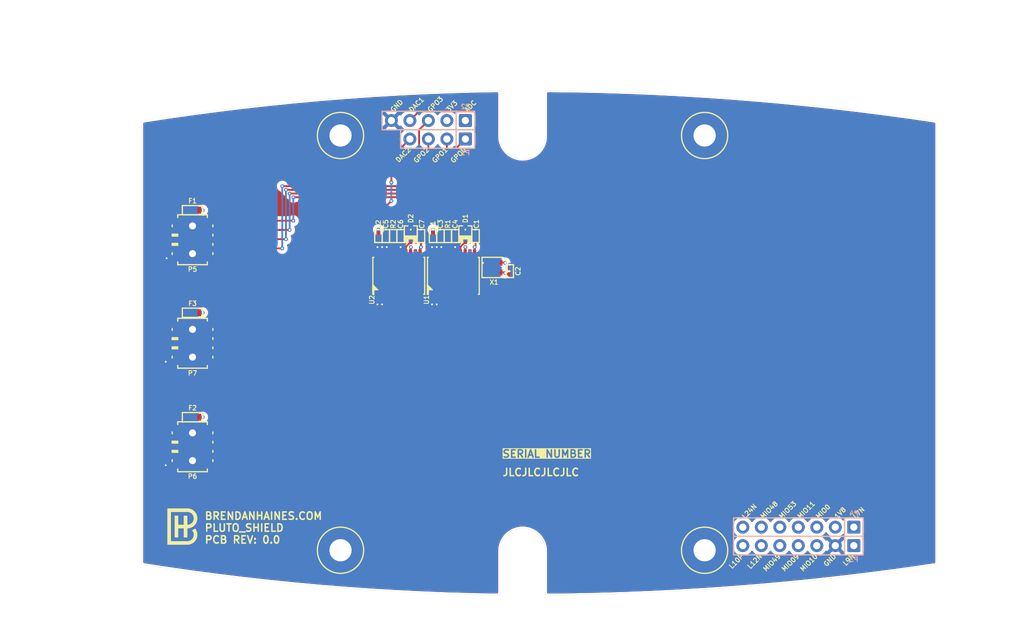
<source format=kicad_pcb>
(kicad_pcb
	(version 20240108)
	(generator "pcbnew")
	(generator_version "8.0")
	(general
		(thickness 1.6)
		(legacy_teardrops no)
	)
	(paper "A")
	(title_block
		(title "${PROJECT_NAME}")
		(rev "${PCB_REVISION}")
		(company "BRENDANHAINES.COM")
	)
	(layers
		(0 "F.Cu" signal)
		(1 "In1.Cu" signal)
		(2 "In2.Cu" signal)
		(31 "B.Cu" signal)
		(32 "B.Adhes" user "B.Adhesive")
		(33 "F.Adhes" user "F.Adhesive")
		(34 "B.Paste" user)
		(35 "F.Paste" user)
		(36 "B.SilkS" user "B.Silkscreen")
		(37 "F.SilkS" user "F.Silkscreen")
		(38 "B.Mask" user)
		(39 "F.Mask" user)
		(40 "Dwgs.User" user "User.Drawings")
		(41 "Cmts.User" user "User.Comments")
		(42 "Eco1.User" user "User.Eco1")
		(43 "Eco2.User" user "User.Eco2")
		(44 "Edge.Cuts" user)
		(45 "Margin" user)
		(46 "B.CrtYd" user "B.Courtyard")
		(47 "F.CrtYd" user "F.Courtyard")
		(48 "B.Fab" user)
		(49 "F.Fab" user)
		(50 "User.1" user)
		(51 "User.2" user)
		(52 "User.3" user)
		(53 "User.4" user)
		(54 "User.5" user)
		(55 "User.6" user)
		(56 "User.7" user)
		(57 "User.8" user)
		(58 "User.9" user)
	)
	(setup
		(stackup
			(layer "F.SilkS"
				(type "Top Silk Screen")
				(color "White")
			)
			(layer "F.Paste"
				(type "Top Solder Paste")
			)
			(layer "F.Mask"
				(type "Top Solder Mask")
				(color "Green")
				(thickness 0.01)
			)
			(layer "F.Cu"
				(type "copper")
				(thickness 0.035)
			)
			(layer "dielectric 1"
				(type "core")
				(thickness 0.48)
				(material "FR4")
				(epsilon_r 4.5)
				(loss_tangent 0.02)
			)
			(layer "In1.Cu"
				(type "copper")
				(thickness 0.035)
			)
			(layer "dielectric 2"
				(type "prepreg")
				(thickness 0.48)
				(material "FR4")
				(epsilon_r 4.5)
				(loss_tangent 0.02)
			)
			(layer "In2.Cu"
				(type "copper")
				(thickness 0.035)
			)
			(layer "dielectric 3"
				(type "core")
				(thickness 0.48)
				(material "FR4")
				(epsilon_r 4.5)
				(loss_tangent 0.02)
			)
			(layer "B.Cu"
				(type "copper")
				(thickness 0.035)
			)
			(layer "B.Mask"
				(type "Bottom Solder Mask")
				(color "Green")
				(thickness 0.01)
			)
			(layer "B.Paste"
				(type "Bottom Solder Paste")
			)
			(layer "B.SilkS"
				(type "Bottom Silk Screen")
				(color "White")
			)
			(copper_finish "ENIG")
			(dielectric_constraints no)
		)
		(pad_to_mask_clearance 0)
		(allow_soldermask_bridges_in_footprints no)
		(grid_origin 80.01 123.19)
		(pcbplotparams
			(layerselection 0x00010fc_ffffffff)
			(plot_on_all_layers_selection 0x0000000_00000000)
			(disableapertmacros no)
			(usegerberextensions no)
			(usegerberattributes yes)
			(usegerberadvancedattributes yes)
			(creategerberjobfile yes)
			(dashed_line_dash_ratio 12.000000)
			(dashed_line_gap_ratio 3.000000)
			(svgprecision 4)
			(plotframeref no)
			(viasonmask no)
			(mode 1)
			(useauxorigin no)
			(hpglpennumber 1)
			(hpglpenspeed 20)
			(hpglpendiameter 15.000000)
			(pdf_front_fp_property_popups yes)
			(pdf_back_fp_property_popups yes)
			(dxfpolygonmode yes)
			(dxfimperialunits yes)
			(dxfusepcbnewfont yes)
			(psnegative no)
			(psa4output no)
			(plotreference yes)
			(plotvalue yes)
			(plotfptext yes)
			(plotinvisibletext no)
			(sketchpadsonfab no)
			(subtractmaskfromsilk no)
			(outputformat 1)
			(mirror no)
			(drillshape 1)
			(scaleselection 1)
			(outputdirectory "")
		)
	)
	(property "PCB_REVISION" "0.0")
	(property "PROJECT_NAME" "PLUTO_SHIELD")
	(net 0 "")
	(net 1 "GND")
	(net 2 "/GPO1")
	(net 3 "/GPO2")
	(net 4 "/DAC2")
	(net 5 "/GPO0")
	(net 6 "/ADC")
	(net 7 "/DAC1")
	(net 8 "/GPO3")
	(net 9 "VDC_3V3")
	(net 10 "/L12N")
	(net 11 "/L9N")
	(net 12 "/L10P")
	(net 13 "/MIO49")
	(net 14 "/MIO09")
	(net 15 "/MIO10")
	(net 16 "/MIO48")
	(net 17 "/MIO11")
	(net 18 "/L24N")
	(net 19 "/MIO0")
	(net 20 "/L7N")
	(net 21 "VDC_1V8")
	(net 22 "/MIO53")
	(net 23 "Net-(U1-VA)")
	(net 24 "Net-(U1-VREF)")
	(net 25 "Net-(U2-VA)")
	(net 26 "Net-(U2-VREF)")
	(net 27 "/D1_7")
	(net 28 "/D1_6")
	(net 29 "/ADC_CLK")
	(net 30 "/D1_3")
	(net 31 "/D1_5")
	(net 32 "/D1_4")
	(net 33 "/D1_2")
	(net 34 "/D1_0")
	(net 35 "/D1_1")
	(net 36 "/D2_6")
	(net 37 "/D2_1")
	(net 38 "/D2_0")
	(net 39 "/D2_2")
	(net 40 "/D2_4")
	(net 41 "/D2_5")
	(net 42 "/D2_3")
	(net 43 "/D2_7")
	(net 44 "Net-(F2-Pad2)")
	(net 45 "unconnected-(P6-Pad3)")
	(net 46 "unconnected-(P6-Pad5)")
	(net 47 "unconnected-(P6-Pad7)")
	(net 48 "unconnected-(P6-Pad10)")
	(net 49 "unconnected-(P7-Pad3)")
	(net 50 "unconnected-(P7-Pad5)")
	(net 51 "unconnected-(P7-Pad7)")
	(net 52 "unconnected-(P7-Pad10)")
	(net 53 "Net-(F3-Pad2)")
	(net 54 "Net-(F1-Pad2)")
	(net 55 "unconnected-(P5-Pad10)")
	(net 56 "unconnected-(P5-Pad3)")
	(net 57 "unconnected-(P5-Pad7)")
	(net 58 "unconnected-(P5-Pad5)")
	(footprint "common:R0603" (layer "F.Cu") (at 59.69 90.551 180))
	(footprint "common:SOP20_TI_PW0020A" (layer "F.Cu") (at 88.011 85.471 90))
	(footprint "common:PinHeader_2x05_P1.27mm_Vertical-Samtec_FTSH-105-01-F-DV-K-A" (layer "F.Cu") (at 59.69 94.742))
	(footprint "common:MH120X230_#4" (layer "F.Cu") (at 130.0099 123.19))
	(footprint "common:SOD-323" (layer "F.Cu") (at 89.662 79.756 90))
	(footprint "common:C0402" (layer "F.Cu") (at 95.762 80.01 90))
	(footprint "common:C0402" (layer "F.Cu") (at 98.556 80.01 90))
	(footprint "common:LOGO_BH" (layer "F.Cu") (at 58.7265 122.3445))
	(footprint "common:PinHeader_2x05_P1.27mm_Vertical-Samtec_FTSH-105-01-F-DV-K-A" (layer "F.Cu") (at 59.69 108.966))
	(footprint "common:C0402" (layer "F.Cu") (at 93.73 80.01 90))
	(footprint "common:SOD-323" (layer "F.Cu") (at 97.159 79.756 90))
	(footprint "common:C0402" (layer "F.Cu") (at 88.265 80.01 90))
	(footprint "common:R0603" (layer "F.Cu") (at 59.69 104.902 180))
	(footprint "common:C0402" (layer "F.Cu") (at 86.233 80.01 90))
	(footprint "common:OSCILLATOR_250X200" (layer "F.Cu") (at 101.092 84.328 -90))
	(footprint "common:PinHeader_2x05_P1.27mm_Vertical-Samtec_FTSH-105-01-F-DV-K-A" (layer "F.Cu") (at 59.69 80.518))
	(footprint "common:MH120X230_#4" (layer "F.Cu") (at 130.0099 66.1924))
	(footprint "common:R0402" (layer "F.Cu") (at 87.249 80.01 -90))
	(footprint "common:R0603" (layer "F.Cu") (at 59.69 76.454 180))
	(footprint "common:MH120X230_#4" (layer "F.Cu") (at 80.01 123.19))
	(footprint "common:SOP20_TI_PW0020A" (layer "F.Cu") (at 95.504 85.471 90))
	(footprint "common:C0402" (layer "F.Cu") (at 91.059 80.01 90))
	(footprint "common:R0402" (layer "F.Cu") (at 94.746 80.01 -90))
	(footprint "common:MH120X230_#4" (layer "F.Cu") (at 80.01 66.1924))
	(footprint "common:R0402" (layer "F.Cu") (at 85.217 80.01 -90))
	(footprint "common:C0402" (layer "F.Cu") (at 103.251 84.836 90))
	(footprint "common:R0402" (layer "F.Cu") (at 92.714 80.01 -90))
	(footprint "common:PinHeader_1x07_P2.54mm_Vertical" (layer "B.Cu") (at 150.495 120.015 180))
	(footprint "common:PinHeader_1x07_P2.54mm_Vertical" (layer "B.Cu") (at 150.495 122.555 180))
	(footprint "common:PinHeader_1x04_P2.54mm_Vertical" (layer "B.Cu") (at 97.155 66.675 180))
	(footprint "common:PinHeader_1x05_P2.54mm_Vertical" (layer "B.Cu") (at 97.155 64.135 180))
	(gr_line
		(start 52.7304 64.262)
		(end 52.7304 125.1204)
		(stroke
			(width 0.0254)
			(type default)
		)
		(layer "Edge.Cuts")
		(uuid "01eeaaa2-1d96-4fbe-a7c0-eab31686fcf1")
	)
	(gr_line
		(start 101.854 123.2916)
		(end 101.854 129.3368)
		(stroke
			(width 0.0254)
			(type default)
		)
		(layer "Edge.Cuts")
		(uuid "028f1051-2530-4ab2-b4aa-4fe77a954fee")
	)
	(gr_arc
		(start 52.7304 64.262)
		(mid 77.21685 61.27593)
		(end 101.854 60.0456)
		(stroke
			(width 0.0254)
			(type default)
		)
		(layer "Edge.Cuts")
		(uuid "0539845f-d0b8-466b-a84b-778189f6f142")
	)
	(gr_arc
		(start 108.1786 60.0456)
		(mid 135.10175 61.194225)
		(end 161.8742 64.262)
		(stroke
			(width 0.0254)
			(type default)
		)
		(layer "Edge.Cuts")
		(uuid "21fa8685-cbea-48e3-ba4b-3bdab39869cb")
	)
	(gr_line
		(start 161.8742 64.262)
		(end 161.8742 125.1204)
		(stroke
			(width 0.0254)
			(type default)
		)
		(layer "Edge.Cuts")
		(uuid "2351c6a1-8a6b-4eef-bde0-6b8a961f2eae")
	)
	(gr_line
		(start 108.1786 66.294)
		(end 108.1786 60.0456)
		(stroke
			(width 0.0254)
			(type default)
		)
		(layer "Edge.Cuts")
		(uuid "35169102-ec27-4d86-9b9f-b37ae62cb9bc")
	)
	(gr_arc
		(start 101.854 123.2916)
		(mid 105.0163 120.1293)
		(end 108.1786 123.2916)
		(stroke
			(width 0.0254)
			(type default)
		)
		(layer "Edge.Cuts")
		(uuid "3c1f4706-a351-4cdf-9aba-d7bce8b90f26")
	)
	(gr_arc
		(start 101.854 129.3368)
		(mid 77.21685 128.10647)
		(end 52.7304 125.1204)
		(stroke
			(width 0.0254)
			(type default)
		)
		(layer "Edge.Cuts")
		(uuid "6a69de1c-5ddb-4080-85c6-44cb49680848")
	)
	(gr_arc
		(start 161.8742 125.1204)
		(mid 135.10175 128.188175)
		(end 108.1786 129.3368)
		(stroke
			(width 0.0254)
			(type default)
		)
		(layer "Edge.Cuts")
		(uuid "719d83d8-8deb-4654-ad43-144c8890a801")
	)
	(gr_arc
		(start 108.1786 66.294)
		(mid 105.0163 69.4563)
		(end 101.854 66.294)
		(stroke
			(width 0.0254)
			(type default)
		)
		(layer "Edge.Cuts")
		(uuid "b2207f3b-c003-409c-a3da-c269b7eb26e0")
	)
	(gr_line
		(start 108.1786 123.2916)
		(end 108.1786 129.3368)
		(stroke
			(width 0.0254)
			(type default)
		)
		(layer "Edge.Cuts")
		(uuid "d983f51f-a4c1-48ea-98a9-0aaeffa08bc2")
	)
	(gr_line
		(start 101.854 66.294)
		(end 101.854 60.0456)
		(stroke
			(width 0.0254)
			(type default)
		)
		(layer "Edge.Cuts")
		(uuid "ff1f63a4-9257-4195-87a5-270fd42b64fa")
	)
	(gr_text "JLCJLCJLCJLC"
		(at 102.1605 113.0735 0)
		(layer "F.SilkS")
		(uuid "091288de-23c4-4edc-b533-5d552fa8084b")
		(effects
			(font
				(size 1.016 1.016)
				(thickness 0.2032)
				(bold yes)
			)
			(justify left bottom)
		)
	)
	(gr_text "L7N"
		(at 150.495 118.745 45)
		(layer "F.SilkS")
		(uuid "1cdc6d0f-337c-409a-b1da-968567fe4e07")
		(effects
			(font
				(size 0.635 0.635)
				(thickness 0.127)
				(bold yes)
			)
			(justify left)
		)
	)
	(gr_text "GND"
		(at 147.955 123.825 45)
		(layer "F.SilkS")
		(uuid "1d633a11-fa35-47bf-85d6-2ca7e9618761")
		(effects
			(font
				(size 0.635 0.635)
				(thickness 0.127)
				(bold yes)
			)
			(justify right)
		)
	)
	(gr_text "MIO09"
		(at 142.875 123.825 45)
		(layer "F.SilkS")
		(uuid "1d9b0497-2944-4518-9de8-59fb3f31cd85")
		(effects
			(font
				(size 0.635 0.635)
				(thickness 0.127)
				(bold yes)
			)
			(justify right)
		)
	)
	(gr_text "GND"
		(at 86.995 62.865 45)
		(layer "F.SilkS")
		(uuid "32763687-5bbe-4fa7-a03f-9aab5b9b62f1")
		(effects
			(font
				(size 0.635 0.635)
				(thickness 0.127)
				(bold yes)
			)
			(justify left)
		)
	)
	(gr_text "MIO53"
		(at 140.335 118.745 45)
		(layer "F.SilkS")
		(uuid "40d1187b-e6b7-4189-8ff4-2c8c90803fbd")
		(effects
			(font
				(size 0.635 0.635)
				(thickness 0.127)
				(bold yes)
			)
			(justify left)
		)
	)
	(gr_text "BRENDANHAINES.COM\n${PROJECT_NAME}\nPCB REV: ${PCB_REVISION}"
		(at 61.2665 122.3445 0)
		(layer "F.SilkS")
		(uuid "437bdfe8-9461-4ec7-870c-371d6a52dc16")
		(effects
			(font
				(size 1.016 1.016)
				(thickness 0.2032)
				(bold yes)
			)
			(justify left bottom)
		)
	)
	(gr_text "GPO0"
		(at 97.155 67.945 45)
		(layer "F.SilkS")
		(uuid "4e282f1b-fe44-4e52-8424-163d35aa00b7")
		(effects
			(font
				(size 0.635 0.635)
				(thickness 0.127)
				(bold yes)
			)
			(justify right)
		)
	)
	(gr_text "1V8"
		(at 147.955 118.745 45)
		(layer "F.SilkS")
		(uuid "50d5c08f-ca70-40f2-a10f-c5bd703c6387")
		(effects
			(font
				(size 0.635 0.635)
				(thickness 0.127)
				(bold yes)
			)
			(justify left)
		)
	)
	(gr_text "L24N"
		(at 135.255 118.745 45)
		(layer "F.SilkS")
		(uuid "6be3ee54-d0db-492a-abbf-1d2a441bdebd")
		(effects
			(font
				(size 0.635 0.635)
				(thickness 0.127)
				(bold yes)
			)
			(justify left)
		)
	)
	(gr_text "SERIAL NUMBER"
		(at 102.1605 110.5335 0)
		(layer "F.SilkS" knockout)
		(uuid "6c2be5ce-85b7-4de0-9953-9a61d10d3e1f")
		(effects
			(font
				(size 1.016 1.016)
				(thickness 0.2032)
				(bold yes)
			)
			(justify left bottom)
		)
	)
	(gr_text "L9N"
		(at 150.495 123.825 45)
		(layer "F.SilkS")
		(uuid "88c70311-50ca-4c2c-81ac-eface2986662")
		(effects
			(font
				(size 0.635 0.635)
				(thickness 0.127)
				(bold yes)
			)
			(justify right)
		)
	)
	(gr_text "ADC"
		(at 97.155 62.865 45)
		(layer "F.SilkS")
		(uuid "8bb9fc9c-5e6a-4340-90b7-1c8a637bfdd1")
		(effects
			(font
				(size 0.635 0.635)
				(thickness 0.127)
				(bold yes)
			)
			(justify left)
		)
	)
	(gr_text "DAC2"
		(at 89.535 67.945 45)
		(layer "F.SilkS")
		(uuid "8dace095-4eb4-4bfe-b984-7191fb8bc0e4")
		(effects
			(font
				(size 0.635 0.635)
				(thickness 0.127)
				(bold yes)
			)
			(justify right)
		)
	)
	(gr_text "L10P"
		(at 135.255 123.825 45)
		(layer "F.SilkS")
		(uuid "8f655222-c250-4b8a-823d-e28e44254b5b")
		(effects
			(font
				(size 0.635 0.635)
				(thickness 0.127)
				(bold yes)
			)
			(justify right)
		)
	)
	(gr_text "MIO48"
		(at 137.795 118.745 45)
		(layer "F.SilkS")
		(uuid "9e241a46-25b4-4116-9c4e-ebff1490ab27")
		(effects
			(font
				(size 0.635 0.635)
				(thickness 0.127)
				(bold yes)
			)
			(justify left)
		)
	)
	(gr_text "L12N"
		(at 137.795 123.825 45)
		(layer "F.SilkS")
		(uuid "add93b29-be5f-4919-ac3a-0ba6f12c0348")
		(effects
			(font
				(size 0.635 0.635)
				(thickness 0.127)
				(bold yes)
			)
			(justify right)
		)
	)
	(gr_text "GPO3"
		(at 92.075 62.865 45)
		(layer "F.SilkS")
		(uuid "afb3f834-9b19-4667-8d39-9049800dfba3")
		(effects
			(font
				(size 0.635 0.635)
				(thickness 0.127)
				(bold yes)
			)
			(justify left)
		)
	)
	(gr_text "DAC1"
		(at 89.535 62.865 45)
		(layer "F.SilkS")
		(uuid "c622d78a-ca2a-4f82-b223-9632abefab8f")
		(effects
			(font
				(size 0.635 0.635)
				(thickness 0.127)
				(bold yes)
			)
			(justify left)
		)
	)
	(gr_text "MIO0"
		(at 145.415 118.745 45)
		(layer "F.SilkS")
		(uuid "cd7c1240-e884-4550-aa13-ce92a6c80779")
		(effects
			(font
				(size 0.635 0.635)
				(thickness 0.127)
				(bold yes)
			)
			(justify left)
		)
	)
	(gr_text "GPO1"
		(at 94.615 67.945 45)
		(layer "F.SilkS")
		(uuid "d491ca8a-7324-431a-9cd5-9fd076cc52f5")
		(effects
			(font
				(size 0.635 0.635)
				(thickness 0.127)
				(bold yes)
			)
			(justify right)
		)
	)
	(gr_text "MIO11"
		(at 142.875 118.745 45)
		(layer "F.SilkS")
		(uuid "e8325fa2-f8a3-44ca-9978-7bfeabd84427")
		(effects
			(font
				(size 0.635 0.635)
				(thickness 0.127)
				(bold yes)
			)
			(justify left)
		)
	)
	(gr_text "MIO10"
		(at 145.415 123.825 45)
		(layer "F.SilkS")
		(uuid "e833e563-2582-4392-a7d1-7ead7fb5c2d7")
		(effects
			(font
				(size 0.635 0.635)
				(thickness 0.127)
				(bold yes)
			)
			(justify right)
		)
	)
	(gr_text "3V3"
		(at 94.615 62.865 45)
		(layer "F.SilkS")
		(uuid "ec986e4d-d831-4952-bf6d-c8cd3ade1e29")
		(effects
			(font
				(size 0.635 0.635)
				(thickness 0.127)
				(bold yes)
			)
			(justify left)
		)
	)
	(gr_text "MIO49"
		(at 140.335 123.825 45)
		(layer "F.SilkS")
		(uuid "f45fb5e5-6f32-469f-9e03-1e281da8c205")
		(effects
			(font
				(size 0.635 0.635)
				(thickness 0.127)
				(bold yes)
			)
			(justify right)
		)
	)
	(gr_text "GPO2"
		(at 92.075 67.945 45)
		(layer "F.SilkS")
		(uuid "f4ef1a3c-5158-4fc3-a689-311ab536b7c7")
		(effects
			(font
				(size 0.635 0.635)
				(thickness 0.127)
				(bold yes)
			)
			(justify right)
		)
	)
	(dimension
		(type aligned)
		(layer "F.Fab")
		(uuid "01ee0b31-f02b-4470-b2f7-07b9d1207f38")
		(pts
			(xy 52.7304 64.262) (xy 161.8742 64.262)
		)
		(height -14.732)
		(gr_text "4.2970 in"
			(at 107.3023 48.387 0)
			(layer "F.Fab")
			(uuid "01ee0b31-f02b-4470-b2f7-07b9d1207f38")
			(effects
				(font
					(size 1.016 1.016)
					(thickness 0.127)
				)
			)
		)
		(format
			(prefix "")
			(suffix "")
			(units 3)
			(units_format 1)
			(precision 4)
		)
		(style
			(thickness 0.127)
			(arrow_length 1.27)
			(text_position_mode 0)
			(extension_height 0.58642)
			(extension_offset 6.35) keep_text_aligned)
	)
	(dimension
		(type aligned)
		(layer "F.Fab")
		(uuid "0517aec2-45e6-4cc3-9803-feed6af5a135")
		(pts
			(xy 109.347 59.8356) (xy 109.347 129.1268)
		)
		(height 69.977)
		(gr_text "2.7280 in"
			(at 38.227 94.4812 90)
			(layer "F.Fab")
			(uuid "0517aec2-45e6-4cc3-9803-feed6af5a135")
			(effects
				(font
					(size 1.016 1.016)
					(thickness 0.127)
				)
			)
		)
		(format
			(prefix "")
			(suffix "")
			(units 3)
			(units_format 1)
			(precision 4)
		)
		(style
			(thickness 0.127)
			(arrow_length 1.27)
			(text_position_mode 0)
			(extension_height 0.58642)
			(extension_offset 17.78) keep_text_aligned)
	)
	(dimension
		(type aligned)
		(layer "F.Fab")
		(uuid "226b6488-45b6-49fa-998f-108bc8a2286a")
		(pts
			(xy 52.7304 64.262) (xy 52.7304 125.1204)
		)
		(height 9.6774)
		(gr_text "2.3960 in"
			(at 41.91 94.6912 90)
			(layer "F.Fab")
			(uuid "226b6488-45b6-49fa-998f-108bc8a2286a")
			(effects
				(font
					(size 1.016 1.016)
					(thickness 0.127)
				)
			)
		)
		(format
			(prefix "")
			(suffix "")
			(units 3)
			(units_format 1)
			(precision 4)
		)
		(style
			(thickness 0.127)
			(arrow_length 1.27)
			(text_position_mode 0)
			(extension_height 0.58642)
			(extension_offset 2.54) keep_text_aligned)
	)
	(dimension
		(type aligned)
		(layer "F.Fab")
		(uuid "2892fb69-bc65-401b-badd-aa520ee8b469")
		(pts
			(xy 87.503 65.9824) (xy 87.503 122.98)
		)
		(height 40.894)
		(gr_text "2.2440 in"
			(at 45.466 94.4812 90)
			(layer "F.Fab")
			(uuid "2892fb69-bc65-401b-badd-aa520ee8b469")
			(effects
				(font
					(size 1.016 1.016)
					(thickness 0.127)
				)
			)
		)
		(format
			(prefix "")
			(suffix "")
			(units 3)
			(units_format 1)
			(precision 4)
		)
		(style
			(thickness 0.127)
			(arrow_length 1.27)
			(text_position_mode 0)
			(extension_height 0.58642)
			(extension_offset 0.254) keep_text_aligned)
	)
	(dimension
		(type aligned)
		(layer "F.Fab")
		(uuid "8539e48b-c969-41b7-bbcb-ea6a69f1c375")
		(pts
			(xy 105.0163 66.294) (xy 105.0163 123.2916)
		)
		(height -65.0367)
		(gr_text "2.2440 in"
			(at 168.91 94.7928 90)
			(layer "F.Fab")
			(uuid "8539e48b-c969-41b7-bbcb-ea6a69f1c375")
			(effects
				(font
					(size 1.016 1.016)
					(thickness 0.127)
				)
			)
		)
		(format
			(prefix "")
			(suffix "")
			(units 3)
			(units_format 1)
			(precision 4)
		)
		(style
			(thickness 0.127)
			(arrow_length 1.27)
			(text_position_mode 0)
			(extension_height 0.58642)
			(extension_offset 0.254) keep_text_aligned)
	)
	(dimension
		(type aligned)
		(layer "F.Fab")
		(uuid "da0fc324-3843-4697-9d01-01ce7e2f02da")
		(pts
			(xy 80.01 66.1924) (xy 130.0099 66.1924)
		)
		(height -11.7094)
		(gr_text "1.9685 in"
			(at 105.00995 53.34 0)
			(layer "F.Fab")
			(uuid "da0fc324-3843-4697-9d01-01ce7e2f02da")
			(effects
				(font
					(size 1.016 1.016)
					(thickness 0.127)
				)
			)
		)
		(format
			(prefix "")
			(suffix "")
			(units 3)
			(units_format 1)
			(precision 4)
		)
		(style
			(thickness 0.127)
			(arrow_length 1.27)
			(text_position_mode 0)
			(extension_height 0.58642)
			(extension_offset 7.62) keep_text_aligned)
	)
	(segment
		(start 98.556 79.585)
		(end 98.556 79.125)
		(width 0.254)
		(layer "F.Cu")
		(net 1)
		(uuid "0830f0ca-838a-4658-bf5b-b4e87b6cb973")
	)
	(segment
		(start 95.829 81.605)
		(end 95.758 81.534)
		(width 0.127)
		(layer "F.Cu")
		(net 1)
		(uuid "0b1ceb3b-b0df-426e-8d0d-840736731476")
	)
	(segment
		(start 85.736 82.571)
		(end 85.736 81.545)
		(width 0.127)
		(layer "F.Cu")
		(net 1)
		(uuid "1072b699-37ac-4154-b0f5-354c871cbd67")
	)
	(segment
		(start 88.265 79.585)
		(end 88.265 79.121)
		(width 0.254)
		(layer "F.Cu")
		(net 1)
		(uuid "1bb5bab3-9bc6-402a-b8bd-cb3fe063a446")
	)
	(segment
		(start 98.556 79.125)
		(end 98.552 79.121)
		(width 0.254)
		(layer "F.Cu")
		(net 1)
		(uuid "214007b9-33c3-4905-bcf9-cdc4452784b4")
	)
	(segment
		(start 85.086 82.571)
		(end 85.086 81.538)
		(width 0.127)
		(layer "F.Cu")
		(net 1)
		(uuid "28aa7d18-3291-493d-8bdb-91aba1625d52")
	)
	(segment
		(start 57.658 97.282)
		(end 56.007 97.282)
		(width 0.254)
		(layer "F.Cu")
		(net 1)
		(uuid "3484d1cc-bc6c-4c94-9acb-abbc09ef1c45")
	)
	(segment
		(start 86.386 81.56)
		(end 86.36 81.534)
		(width 0.127)
		(layer "F.Cu")
		(net 1)
		(uuid "370dfa10-1d6d-4f38-8fc9-bff6ea48399d")
	)
	(segment
		(start 99.608 83.653)
		(end 99.568 83.693)
		(width 0.254)
		(layer "F.Cu")
		(net 1)
		(uuid "3a3577a3-0eb1-4a2c-8b4e-2b05213f32ed")
	)
	(segment
		(start 85.736 89.397)
		(end 85.725 89.408)
		(width 0.127)
		(layer "F.Cu")
		(net 1)
		(uuid "3b605353-a822-4c5c-979b-86e1c66897b7")
	)
	(segment
		(start 95.829 82.571)
		(end 95.829 81.605)
		(width 0.127)
		(layer "F.Cu")
		(net 1)
		(uuid "42443723-7b83-4412-9075-410646a532d3")
	)
	(segment
		(start 92.579 81.538)
		(end 92.583 81.534)
		(width 0.127)
		(layer "F.Cu")
		(net 1)
		(uuid "464b2b07-2f71-4e84-b97e-1b112a69e6ca")
	)
	(segment
		(start 85.086 88.371)
		(end 85.086 89.404)
		(width 0.127)
		(layer "F.Cu")
		(net 1)
		(uuid "48ac1c6d-207a-4dac-95ad-f316aefe8c95")
	)
	(segment
		(start 92.579 88.371)
		(end 92.579 89.404)
		(width 0.127)
		(layer "F.Cu")
		(net 1)
		(uuid "50b730e2-6f76-4545-8d36-0ab72fb0ffe8")
	)
	(segment
		(start 86.386 82.571)
		(end 86.386 81.56)
		(width 0.127)
		(layer "F.Cu")
		(net 1)
		(uuid "525e0171-e8ce-4c2d-aeb7-e660626310bf")
	)
	(segment
		(start 97.159 79.117)
		(end 97.155 79.121)
		(width 0.254)
		(layer "F.Cu")
		(net 1)
		(uuid "52985b5f-f5b2-4d79-b7aa-ec7f961cee40")
	)
	(segment
		(start 103.251 84.411)
		(end 103.251 83.947)
		(width 0.254)
		(layer "F.Cu")
		(net 1)
		(uuid "58a53c58-5dfd-4b7c-80de-90414e9d4d03")
	)
	(segment
		(start 93.879 82.571)
		(end 93.879 81.56)
		(width 0.127)
		(layer "F.Cu")
		(net 1)
		(uuid "5cbabf97-f0a5-41b9-93e9-a174f3dca322")
	)
	(segment
		(start 85.736 81.545)
		(end 85.725 81.534)
		(width 0.127)
		(layer "F.Cu")
		(net 1)
		(uuid "5ee55142-5887-4ad4-a4c9-fd366db4e6a1")
	)
	(segment
		(start 91.059 79.585)
		(end 91.059 79.121)
		(width 0.254)
		(layer "F.Cu")
		(net 1)
		(uuid "63c0f405-584e-4d1b-b0b9-8afe68f89c0a")
	)
	(segment
		(start 88.336 82.571)
		(end 88.336 81.604991)
		(width 0.127)
		(layer "F.Cu")
		(net 1)
		(uuid "688ca362-25e4-4423-ac29-02663def9004")
	)
	(segment
		(start 89.662 78.701)
		(end 89.662 79.121)
		(width 0.254)
		(layer "F.Cu")
		(net 1)
		(uuid "71b42f38-1f64-4027-b7f8-cb66e5dd88a9")
	)
	(segment
		(start 93.73 79.585)
		(end 93.73 79.125)
		(width 0.254)
		(layer "F.Cu")
		(net 1)
		(uuid "868398b8-0d1a-47fc-82f8-34e20b366548")
	)
	(segment
		(start 97.159 78.701)
		(end 97.159 79.117)
		(width 0.254)
		(layer "F.Cu")
		(net 1)
		(uuid "944f1f42-8d1d-45c4-9913-9d64d64956fb")
	)
	(segment
		(start 93.879 81.56)
		(end 93.853 81.534)
		(width 0.127)
		(layer "F.Cu")
		(net 1)
		(uuid "9a3e1982-b867-41f7-b6c7-f4026dd9401f")
	)
	(segment
		(start 86.233 79.585)
		(end 86.233 79.121)
		(width 0.254)
		(layer "F.Cu")
		(net 1)
		(uuid "a24a9ca4-977e-43f8-b4ba-972314389691")
	)
	(segment
		(start 57.658 111.506)
		(end 56.007 111.506)
		(width 0.254)
		(layer "F.Cu")
		(net 1)
		(uuid "a9ea2415-96db-483e-a69f-4402ffe499ee")
	)
	(segment
		(start 85.736 88.371)
		(end 85.736 89.397)
		(width 0.127)
		(layer "F.Cu")
		(net 1)
		(uuid "adc82979-0383-471a-b57c-8333ed783ba1")
	)
	(segment
		(start 93.73 79.125)
		(end 93.726 79.121)
		(width 0.254)
		(layer "F.Cu")
		(net 1)
		(uuid "b113f5e7-62dd-4a85-8445-81f53f4a0ab5")
	)
	(segment
		(start 93.229 81.545)
		(end 93.218 81.534)
		(width 0.127)
		(layer "F.Cu")
		(net 1)
		(uuid "b9e14420-a812-4599-a92b-be68e5dad5a9")
	)
	(segment
		(start 95.762 79.125)
		(end 95.758 79.121)
		(width 0.254)
		(layer "F.Cu")
		(net 1)
		(uuid "bcc92ec6-6ff1-4b05-ae96-d8712938a395")
	)
	(segment
		(start 57.658 83.058)
		(end 56.134 83.058)
		(width 0.254)
		(layer "F.Cu")
		(net 1)
		(uuid "c75ea477-5ee3-4bf6-89a4-4d1f61b22a8e")
	)
	(segment
		(start 100.267 83.653)
		(end 99.608 83.653)
		(width 0.254)
		(layer "F.Cu")
		(net 1)
		(uuid "d97dbed9-f5a7-48ce-bdb1-c566381b1f7a")
	)
	(segment
		(start 92.579 89.404)
		(end 92.583 89.408)
		(width 0.127)
		(layer "F.Cu")
		(net 1)
		(uuid "db6a0eb3-d59c-4328-9c10-5818bed89630")
	)
	(segment
		(start 92.579 82.571)
		(end 92.579 81.538)
		(width 0.127)
		(layer "F.Cu")
		(net 1)
		(uuid "e6dd0b86-14b2-46b9-b01b-7f85f6b75028")
	)
	(segment
		(start 88.336 81.604991)
		(end 88.265009 81.534)
		(width 0.127)
		(layer "F.Cu")
		(net 1)
		(uuid "e9b009a1-d12a-49fb-b8be-b6172717e033")
	)
	(segment
		(start 85.086 81.538)
		(end 85.09 81.534)
		(width 0.127)
		(layer "F.Cu")
		(net 1)
		(uuid "ec880121-227e-4693-9a42-a04a0a538f7b")
	)
	(segment
		(start 85.086 89.404)
		(end 85.09 89.408)
		(width 0.127)
		(layer "F.Cu")
		(net 1)
		(uuid "efa9b13e-2b03-4eba-8d66-5c25b5db9134")
	)
	(segment
		(start 93.229 89.397)
		(end 93.218 89.408)
		(width 0.127)
		(layer "F.Cu")
		(net 1)
		(uuid "f01ff3a1-cbbd-4fac-bfad-5ea1191ce0f7")
	)
	(segment
		(start 93.229 82.571)
		(end 93.229 81.545)
		(width 0.127)
		(layer "F.Cu")
		(net 1)
		(uuid "f112905a-4d42-4712-8d79-5de9ae00412f")
	)
	(segment
		(start 93.229 88.371)
		(end 93.229 89.397)
		(width 0.127)
		(layer "F.Cu")
		(net 1)
		(uuid "f973b6e9-8283-489c-8480-c7b78dfe1490")
	)
	(segment
		(start 95.762 79.585)
		(end 95.762 79.125)
		(width 0.254)
		(layer "F.Cu")
		(net 1)
		(uuid "fbea7439-2d57-43cb-aafa-df11af3b1203")
	)
	(via
		(at 86.36 81.534)
		(size 0.508)
		(drill 0.254)
		(layers "F.Cu" "B.Cu")
		(net 1)
		(uuid "10aff4e0-7e80-4a18-aa96-0d42099a9fcb")
	)
	(via
		(at 93.726 79.121)
		(size 0.508)
		(drill 0.254)
		(layers "F.Cu" "B.Cu")
		(net 1)
		(uuid "11f8e328-c40f-4828-ba8e-51b1344d20b0")
	)
	(via
		(at 92.583 81.534)
		(size 0.508)
		(drill 0.254)
		(layers "F.Cu" "B.Cu")
		(net 1)
		(uuid "1a9bf0e0-07ea-40c1-a322-b9a5220157eb")
	)
	(via
		(at 95.758 81.534)
		(size 0.508)
		(drill 0.254)
		(layers "F.Cu" "B.Cu")
		(net 1)
		(uuid "2992e6b0-9573-41f6-a060-3d21cf09459f")
	)
	(via
		(at 85.725 81.534)
		(size 0.508)
		(drill 0.254)
		(layers "F.Cu" "B.Cu")
		(net 1)
		(uuid "33aed843-9a0c-4209-802b-452a4349337f")
	)
	(via
		(at 97.155 79.121)
		(size 0.508)
		(drill 0.254)
		(layers "F.Cu" "B.Cu")
		(net 1)
		(uuid "38ca8d43-236e-454d-af85-aae2e49aec02")
	)
	(via
		(at 85.09 81.534)
		(size 0.508)
		(drill 0.254)
		(layers "F.Cu" "B.Cu")
		(net 1)
		(uuid "406ebe85-c078-400c-8abc-c1f186465db4")
	)
	(via
		(at 56.007 97.282)
		(size 0.508)
		(drill 0.254)
		(layers "F.Cu" "B.Cu")
		(net 1)
		(uuid "5503520d-be17-4669-a072-9c1807a5bb6d")
	)
	(via
		(at 93.853 81.534)
		(size 0.508)
		(drill 0.254)
		(layers "F.Cu" "B.Cu")
		(net 1)
		(uuid "5d812e5f-3a05-407c-a96b-07ce7c4973fc")
	)
	(via
		(at 85.725 89.408)
		(size 0.508)
		(drill 0.254)
		(layers "F.Cu" "B.Cu")
		(net 1)
		(uuid "6bec33e9-93e0-40b8-ad66-ed9eeb91df8f")
	)
	(via
		(at 92.583 89.408)
		(size 0.508)
		(drill 0.254)
		(layers "F.Cu" "B.Cu")
		(net 1)
		(uuid "706d9c16-6611-4a65-8a59-b94543c59489")
	)
	(via
		(at 88.265 79.121)
		(size 0.508)
		(drill 0.254)
		(layers "F.Cu" "B.Cu")
		(net 1)
		(uuid "7c4d33d1-2fd8-4599-b2b3-4112adc7c7b4")
	)
	(via
		(at 89.662 79.121)
		(size 0.508)
		(drill 0.254)
		(layers "F.Cu" "B.Cu")
		(net 1)
		(uuid "840f2970-41d5-49c2-a1f1-87faef9a3712")
	)
	(via
		(at 103.251 83.947)
		(size 0.508)
		(drill 0.254)
		(layers "F.Cu" "B.Cu")
		(net 1)
		(uuid "92534b10-f15f-4238-a526-9b3b1434684d")
	)
	(via
		(at 88.265009 81.534)
		(size 0.508)
		(drill 0.254)
		(layers "F.Cu" "B.Cu")
		(net 1)
		(uuid "a46891d4-a00b-4960-a0ac-362722b0fb02")
	)
	(via
		(at 85.09 89.408)
		(size 0.508)
		(drill 0.254)
		(layers "F.Cu" "B.Cu")
		(net 1)
		(uuid "a74a0162-11c9-4f8b-a0c8-a8b035e33f93")
	)
	(via
		(at 95.758 79.121)
		(size 0.508)
		(drill 0.254)
		(layers "F.Cu" "B.Cu")
		(net 1)
		(uuid "a9f447e5-4eea-401d-918f-6fd9c1d85205")
	)
	(via
		(at 86.233 79.121)
		(size 0.508)
		(drill 0.254)
		(layers "F.Cu" "B.Cu")
		(net 1)
		(uuid "b4b95495-a66b-49a3-a554-3bf08723dfdc")
	)
	(via
		(at 93.218 89.408)
		(size 0.508)
		(drill 0.254)
		(layers "F.Cu" "B.Cu")
		(net 1)
		(uuid "b693b968-dbdd-4c08-8ff7-8e6c7b8c7ba0")
	)
	(via
		(at 99.568 83.693)
		(size 0.508)
		(drill 0.254)
		(layers "F.Cu" "B.Cu")
		(net 1)
		(uuid "c222bd7a-9daa-41d0-8552-68f73e229d8e")
	)
	(via
		(at 98.552 79.121)
		(size 0.508)
		(drill 0.254)
		(layers "F.Cu" "B.Cu")
		(net 1)
		(uuid "cc667938-bb97-4466-822f-636245786098")
	)
	(via
		(at 56.007 111.506)
		(size 0.508)
		(drill 0.254)
		(layers "F.Cu" "B.Cu")
		(net 1)
		(uuid "d048219b-6bd6-43f9-9626-699c912a3a30")
	)
	(via
		(at 56.134 83.058)
		(size 0.508)
		(drill 0.254)
		(layers "F.Cu" "B.Cu")
		(net 1)
		(uuid "dd5ad355-83b2-4899-adf8-856983296b82")
	)
	(via
		(at 93.218 81.534)
		(size 0.508)
		(drill 0.254)
		(layers "F.Cu" "B.Cu")
		(net 1)
		(uuid "e26d6191-e07e-417e-a26c-29fc2a16105f")
	)
	(via
		(at 91.059 79.121)
		(size 0.508)
		(drill 0.254)
		(layers "F.Cu" "B.Cu")
		(net 1)
		(uuid "e9b9f02c-c20c-4760-8cb2-3626ab4ce185")
	)
	(segment
		(start 83.185 74.168)
		(end 82.931 74.168)
		(width 0.254)
		(layer "F.Cu")
		(net 2)
		(uuid "01fc8b56-40cd-4b91-a514-ce67f9cb5be8")
	)
	(segment
		(start 94.615 66.675)
		(end 94.615 68.453)
		(width 0.254)
		(layer "F.Cu")
		(net 2)
		(uuid "538c601e-7ce3-47ce-a3c8-df9ca2e6cab9")
	)
	(segment
		(start 83.185 74.168)
		(end 73.025 74.168)
		(width 0.254)
		(layer "F.Cu")
		(net 2)
		(uuid "59f12ca9-efd8-4675-8750-b2cdca023923")
	)
	(segment
		(start 94.615 68.453)
		(end 88.9 74.168)
		(width 0.254)
		(layer "F.Cu")
		(net 2)
		(uuid "635baa02-0056-465c-b6f5-6488210f8521")
	)
	(segment
		(start 61.722 79.1718)
		(end 69.342 79.1718)
		(width 0.254)
		(layer "F.Cu")
		(net 2)
		(uuid "64bd8087-d621-4649-ae52-5dceba19a36b")
	)
	(segment
		(start 69.342 79.1718)
		(end 73.025 79.1718)
		(width 0.254)
		(layer "F.Cu")
		(net 2)
		(uuid "6bd2fc09-357e-4698-9cff-270b0391e486")
	)
	(segment
		(start 88.9 74.168)
		(end 83.185 74.168)
		(width 0.254)
		(layer "F.Cu")
		(net 2)
		(uuid "b9c0993b-397f-4b47-bb4b-a2e90ff56fa2")
	)
	(via
		(at 73.025 79.1718)
		(size 0.508)
		(drill 0.254)
		(layers "F.Cu" "B.Cu")
		(net 2)
		(uuid "56a78404-b229-471a-8085-94a5b42b73d2")
	)
	(via
		(at 73.025 74.168)
		(size 0.508)
		(drill 0.254)
		(layers "F.Cu" "B.Cu")
		(net 2)
		(uuid "65fb56ac-9c38-4e02-8e74-15ac1c013397")
	)
	(segment
		(start 73.025 74.168)
		(end 73.025 79.1718)
		(width 0.254)
		(layer "B.Cu")
		(net 2)
		(uuid "21ee28cf-e833-4e5f-be51-e10e55ae6c98")
	)
	(segment
		(start 83.185 73.66)
		(end 72.517 73.66)
		(width 0.254)
		(layer "F.Cu")
		(net 3)
		(uuid "18a7b504-1f79-4deb-adfa-0acba6741840")
	)
	(segment
		(start 92.075 66.675)
		(end 92.075 70.231)
		(width 0.254)
		(layer "F.Cu")
		(net 3)
		(uuid "2a1d0d9b-6c99-40ea-8ab0-5adfee72f2d8")
	)
	(segment
		(start 61.722 80.4418)
		(end 70.612 80.4418)
		(width 0.254)
		(layer "F.Cu")
		(net 3)
		(uuid "30172904-d51f-4853-a86a-b25112cac4d4")
	)
	(segment
		(start 83.185 73.66)
		(end 83.058 73.66)
		(width 0.254)
		(layer "F.Cu")
		(net 3)
		(uuid "425bab65-a8bd-48b7-a469-310feb8a8008")
	)
	(segment
		(start 70.612 80.4418)
		(end 72.517 80.4418)
		(width 0.254)
		(layer "F.Cu")
		(net 3)
		(uuid "684b92ba-9bb7-44a9-a662-a766e82245e3")
	)
	(segment
		(start 92.075 70.231)
		(end 88.646 73.66)
		(width 0.254)
		(layer "F.Cu")
		(net 3)
		(uuid "c5f47ad8-315b-4c54-8d65-382819450138")
	)
	(segment
		(start 88.646 73.66)
		(end 83.185 73.66)
		(width 0.254)
		(layer "F.Cu")
		(net 3)
		(uuid "caec03b0-0d76-4dc1-b74a-5bd957b23a24")
	)
	(via
		(at 72.517 73.66)
		(si
... [322069 chars truncated]
</source>
